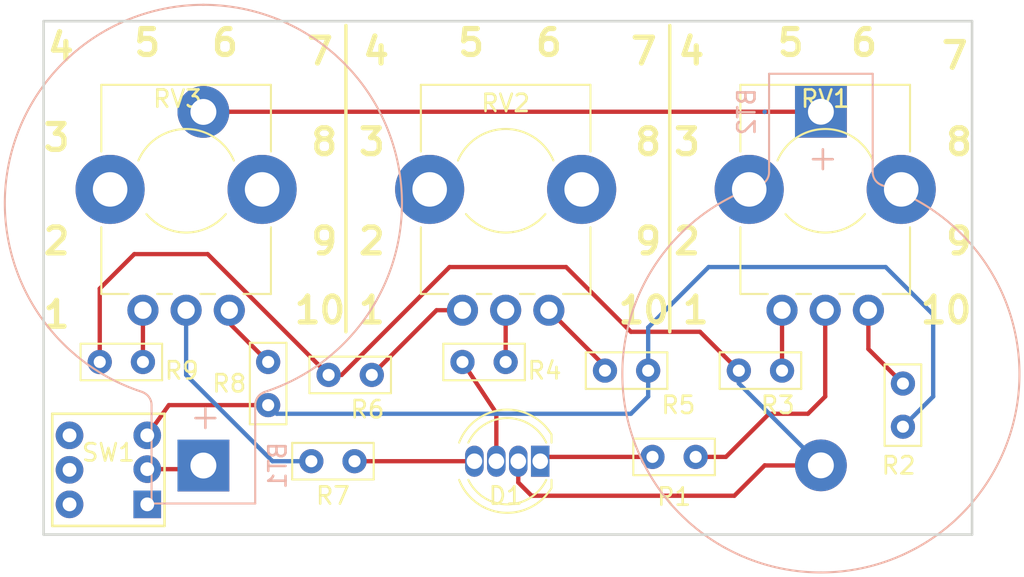
<source format=kicad_pcb>
(kicad_pcb (version 4) (host pcbnew 4.0.7-e2-6376~58~ubuntu16.04.1)

  (general
    (links 21)
    (no_connects 0)
    (area 103.525 91.324926 167.325 125.175074)
    (thickness 1.6)
    (drawings 36)
    (tracks 61)
    (zones 0)
    (modules 16)
    (nets 18)
  )

  (page A4)
  (layers
    (0 F.Cu signal)
    (31 B.Cu signal)
    (32 B.Adhes user)
    (33 F.Adhes user)
    (34 B.Paste user)
    (35 F.Paste user)
    (36 B.SilkS user)
    (37 F.SilkS user)
    (38 B.Mask user)
    (39 F.Mask user)
    (40 Dwgs.User user)
    (41 Cmts.User user)
    (42 Eco1.User user)
    (43 Eco2.User user)
    (44 Edge.Cuts user)
    (45 Margin user)
    (46 B.CrtYd user)
    (47 F.CrtYd user)
    (48 B.Fab user hide)
    (49 F.Fab user hide)
  )

  (setup
    (last_trace_width 0.25)
    (trace_clearance 0.2)
    (zone_clearance 0.508)
    (zone_45_only no)
    (trace_min 0.2)
    (segment_width 0.2)
    (edge_width 0.15)
    (via_size 0.6)
    (via_drill 0.4)
    (via_min_size 0.4)
    (via_min_drill 0.3)
    (uvia_size 0.3)
    (uvia_drill 0.1)
    (uvias_allowed no)
    (uvia_min_size 0.2)
    (uvia_min_drill 0.1)
    (pcb_text_width 0.3)
    (pcb_text_size 1.5 1.5)
    (mod_edge_width 0.15)
    (mod_text_size 1 1)
    (mod_text_width 0.15)
    (pad_size 1.524 1.524)
    (pad_drill 0.762)
    (pad_to_mask_clearance 0.2)
    (aux_axis_origin 0 0)
    (visible_elements FFFFFF7F)
    (pcbplotparams
      (layerselection 0x00030_80000001)
      (usegerberextensions false)
      (excludeedgelayer true)
      (linewidth 0.100000)
      (plotframeref false)
      (viasonmask false)
      (mode 1)
      (useauxorigin false)
      (hpglpennumber 1)
      (hpglpenspeed 20)
      (hpglpendiameter 15)
      (hpglpenoverlay 2)
      (psnegative false)
      (psa4output false)
      (plotreference true)
      (plotvalue true)
      (plotinvisibletext false)
      (padsonsilk false)
      (subtractmaskfromsilk false)
      (outputformat 1)
      (mirror false)
      (drillshape 1)
      (scaleselection 1)
      (outputdirectory ""))
  )

  (net 0 "")
  (net 1 "Net-(BT1-Pad1)")
  (net 2 "Net-(BT1-Pad2)")
  (net 3 "Net-(BT2-Pad2)")
  (net 4 "Net-(D1-Pad1)")
  (net 5 "Net-(D1-Pad3)")
  (net 6 "Net-(D1-Pad4)")
  (net 7 "Net-(R1-Pad1)")
  (net 8 "Net-(R2-Pad1)")
  (net 9 "Net-(R2-Pad2)")
  (net 10 "Net-(R3-Pad1)")
  (net 11 "Net-(R4-Pad1)")
  (net 12 "Net-(R5-Pad2)")
  (net 13 "Net-(R6-Pad1)")
  (net 14 "Net-(R7-Pad1)")
  (net 15 "Net-(R8-Pad2)")
  (net 16 "Net-(R9-Pad1)")
  (net 17 "Net-(SW1-Pad1)")

  (net_class Default "This is the default net class."
    (clearance 0.2)
    (trace_width 0.25)
    (via_dia 0.6)
    (via_drill 0.4)
    (uvia_dia 0.3)
    (uvia_drill 0.1)
    (add_net "Net-(BT1-Pad1)")
    (add_net "Net-(BT1-Pad2)")
    (add_net "Net-(BT2-Pad2)")
    (add_net "Net-(D1-Pad1)")
    (add_net "Net-(D1-Pad3)")
    (add_net "Net-(D1-Pad4)")
    (add_net "Net-(R1-Pad1)")
    (add_net "Net-(R2-Pad1)")
    (add_net "Net-(R2-Pad2)")
    (add_net "Net-(R3-Pad1)")
    (add_net "Net-(R4-Pad1)")
    (add_net "Net-(R5-Pad2)")
    (add_net "Net-(R6-Pad1)")
    (add_net "Net-(R7-Pad1)")
    (add_net "Net-(R8-Pad2)")
    (add_net "Net-(R9-Pad1)")
    (add_net "Net-(SW1-Pad1)")
  )

  (module Battery_Holders:Keystone_103_1x20mm-CoinCell (layer B.Cu) (tedit 5A4F38D0) (tstamp 5A4F3DDD)
    (at 117.5 118.5 90)
    (descr http://www.keyelco.com/product-pdf.cfm?p=719)
    (tags "Keystone type 103 battery holder")
    (path /5A4BDDAF)
    (fp_text reference BT1 (at 0 4.3 90) (layer B.SilkS)
      (effects (font (size 1 1) (thickness 0.15)) (justify mirror))
    )
    (fp_text value Battery_Cell (at 15 -13 90) (layer B.Fab) hide
      (effects (font (size 1 1) (thickness 0.15)) (justify mirror))
    )
    (fp_text user + (at 2.75 0 90) (layer B.SilkS)
      (effects (font (size 1.5 1.5) (thickness 0.15)) (justify mirror))
    )
    (fp_arc (start 15.2 0) (end 4.015 -3.6) (angle 162.5) (layer B.CrtYd) (width 0.05))
    (fp_arc (start 15.2 0) (end 4.015 3.6) (angle -162.5) (layer B.CrtYd) (width 0.05))
    (fp_arc (start 3.5 -3.8) (end 3.5 -3.25) (angle -70) (layer B.CrtYd) (width 0.05))
    (fp_arc (start 3.5 3.8) (end 3.5 3.25) (angle 70) (layer B.CrtYd) (width 0.05))
    (fp_arc (start 15.2 0) (end 4.25 -3.5) (angle 162.5) (layer B.SilkS) (width 0.12))
    (fp_arc (start 3.5 -3.8) (end 3.5 -3) (angle -70) (layer B.SilkS) (width 0.12))
    (fp_arc (start 15.2 0) (end 4.25 3.5) (angle -162.5) (layer B.SilkS) (width 0.12))
    (fp_arc (start 3.5 3.8) (end 3.5 3) (angle 70) (layer B.SilkS) (width 0.12))
    (fp_arc (start 3.5 -3.8) (end 3.5 -2.9) (angle -70) (layer B.Fab) (width 0.1))
    (fp_arc (start 15.2 0) (end 4.35 -3.5) (angle 162.5) (layer B.Fab) (width 0.1))
    (fp_arc (start 15.2 0) (end 4.35 3.5) (angle -162.5) (layer B.Fab) (width 0.1))
    (fp_arc (start 15.2 0) (end 5.2 -1.3) (angle 180) (layer B.Fab) (width 0.1))
    (fp_line (start -2.45 3.25) (end 3.5 3.25) (layer B.CrtYd) (width 0.05))
    (fp_line (start -2.45 -3.25) (end 3.5 -3.25) (layer B.CrtYd) (width 0.05))
    (fp_line (start -2.45 -3.25) (end -2.45 3.25) (layer B.CrtYd) (width 0.05))
    (fp_line (start -2.2 3) (end 3.5 3) (layer B.SilkS) (width 0.12))
    (fp_line (start -2.2 -3) (end -2.2 3) (layer B.SilkS) (width 0.12))
    (fp_line (start -2.2 -3) (end 3.5 -3) (layer B.SilkS) (width 0.12))
    (fp_arc (start 15.2 0) (end 9 -1.3) (angle 170) (layer B.Fab) (width 0.1))
    (fp_arc (start 15.2 0) (end 13.3 -1.3) (angle 150) (layer B.Fab) (width 0.1))
    (fp_line (start 23.5712 -7.7216) (end 22.6568 -6.8834) (layer B.Fab) (width 0.1))
    (fp_line (start 23.5712 7.7216) (end 22.6314 6.858) (layer B.Fab) (width 0.1))
    (fp_arc (start 15.2 0) (end 13.3 1.3) (angle -150) (layer B.Fab) (width 0.1))
    (fp_arc (start 15.2 0) (end 9 1.3) (angle -170) (layer B.Fab) (width 0.1))
    (fp_arc (start 15.2 0) (end 5.2 1.3) (angle -180) (layer B.Fab) (width 0.1))
    (fp_line (start 3.5306 2.9) (end -1.7 2.9) (layer B.Fab) (width 0.1))
    (fp_line (start -1.7 -2.9) (end 3.5306 -2.9) (layer B.Fab) (width 0.1))
    (fp_line (start -2.1 2.5) (end -2.1 -2.5) (layer B.Fab) (width 0.1))
    (fp_line (start 0 -1.3) (end 16.2 -1.3) (layer B.Fab) (width 0.1))
    (fp_line (start 16.2 1.3) (end 0 1.3) (layer B.Fab) (width 0.1))
    (fp_arc (start 3.5 3.8) (end 3.5 2.9) (angle 70) (layer B.Fab) (width 0.1))
    (fp_arc (start 16.2 0) (end 16.2 1.3) (angle -180) (layer B.Fab) (width 0.1))
    (fp_line (start 0 1.3) (end 0 -1.3) (layer B.Fab) (width 0.1))
    (fp_arc (start -1.7 -2.5) (end -2.1 -2.5) (angle 90) (layer B.Fab) (width 0.1))
    (fp_arc (start -1.7 2.5) (end -2.1 2.5) (angle -90) (layer B.Fab) (width 0.1))
    (pad 2 thru_hole circle (at 20.49 0 90) (size 3 3) (drill 1.5) (layers *.Cu *.Mask)
      (net 2 "Net-(BT1-Pad2)"))
    (pad 1 thru_hole rect (at 0 0 90) (size 3 3) (drill 1.5) (layers *.Cu *.Mask)
      (net 1 "Net-(BT1-Pad1)"))
    (model Battery_Holders.3dshapes/Keystone_103_1x20mm-CoinCell.wrl
      (at (xyz 0.6 0 0))
      (scale (xyz 1 1 1))
      (rotate (xyz 0 0 180))
    )
  )

  (module Battery_Holders:Keystone_103_1x20mm-CoinCell (layer B.Cu) (tedit 5A4F38B1) (tstamp 5A4F3DE3)
    (at 153.25 98 270)
    (descr http://www.keyelco.com/product-pdf.cfm?p=719)
    (tags "Keystone type 103 battery holder")
    (path /5A4BDE16)
    (fp_text reference BT2 (at 0 4.3 270) (layer B.SilkS)
      (effects (font (size 1 1) (thickness 0.15)) (justify mirror))
    )
    (fp_text value Battery_Cell (at 15 -13 270) (layer B.Fab) hide
      (effects (font (size 1 1) (thickness 0.15)) (justify mirror))
    )
    (fp_text user + (at 2.75 0 270) (layer B.SilkS)
      (effects (font (size 1.5 1.5) (thickness 0.15)) (justify mirror))
    )
    (fp_arc (start 15.2 0) (end 4.015 -3.6) (angle 162.5) (layer B.CrtYd) (width 0.05))
    (fp_arc (start 15.2 0) (end 4.015 3.6) (angle -162.5) (layer B.CrtYd) (width 0.05))
    (fp_arc (start 3.5 -3.8) (end 3.5 -3.25) (angle -70) (layer B.CrtYd) (width 0.05))
    (fp_arc (start 3.5 3.8) (end 3.5 3.25) (angle 70) (layer B.CrtYd) (width 0.05))
    (fp_arc (start 15.2 0) (end 4.25 -3.5) (angle 162.5) (layer B.SilkS) (width 0.12))
    (fp_arc (start 3.5 -3.8) (end 3.5 -3) (angle -70) (layer B.SilkS) (width 0.12))
    (fp_arc (start 15.2 0) (end 4.25 3.5) (angle -162.5) (layer B.SilkS) (width 0.12))
    (fp_arc (start 3.5 3.8) (end 3.5 3) (angle 70) (layer B.SilkS) (width 0.12))
    (fp_arc (start 3.5 -3.8) (end 3.5 -2.9) (angle -70) (layer B.Fab) (width 0.1))
    (fp_arc (start 15.2 0) (end 4.35 -3.5) (angle 162.5) (layer B.Fab) (width 0.1))
    (fp_arc (start 15.2 0) (end 4.35 3.5) (angle -162.5) (layer B.Fab) (width 0.1))
    (fp_arc (start 15.2 0) (end 5.2 -1.3) (angle 180) (layer B.Fab) (width 0.1))
    (fp_line (start -2.45 3.25) (end 3.5 3.25) (layer B.CrtYd) (width 0.05))
    (fp_line (start -2.45 -3.25) (end 3.5 -3.25) (layer B.CrtYd) (width 0.05))
    (fp_line (start -2.45 -3.25) (end -2.45 3.25) (layer B.CrtYd) (width 0.05))
    (fp_line (start -2.2 3) (end 3.5 3) (layer B.SilkS) (width 0.12))
    (fp_line (start -2.2 -3) (end -2.2 3) (layer B.SilkS) (width 0.12))
    (fp_line (start -2.2 -3) (end 3.5 -3) (layer B.SilkS) (width 0.12))
    (fp_arc (start 15.2 0) (end 9 -1.3) (angle 170) (layer B.Fab) (width 0.1))
    (fp_arc (start 15.2 0) (end 13.3 -1.3) (angle 150) (layer B.Fab) (width 0.1))
    (fp_line (start 23.5712 -7.7216) (end 22.6568 -6.8834) (layer B.Fab) (width 0.1))
    (fp_line (start 23.5712 7.7216) (end 22.6314 6.858) (layer B.Fab) (width 0.1))
    (fp_arc (start 15.2 0) (end 13.3 1.3) (angle -150) (layer B.Fab) (width 0.1))
    (fp_arc (start 15.2 0) (end 9 1.3) (angle -170) (layer B.Fab) (width 0.1))
    (fp_arc (start 15.2 0) (end 5.2 1.3) (angle -180) (layer B.Fab) (width 0.1))
    (fp_line (start 3.5306 2.9) (end -1.7 2.9) (layer B.Fab) (width 0.1))
    (fp_line (start -1.7 -2.9) (end 3.5306 -2.9) (layer B.Fab) (width 0.1))
    (fp_line (start -2.1 2.5) (end -2.1 -2.5) (layer B.Fab) (width 0.1))
    (fp_line (start 0 -1.3) (end 16.2 -1.3) (layer B.Fab) (width 0.1))
    (fp_line (start 16.2 1.3) (end 0 1.3) (layer B.Fab) (width 0.1))
    (fp_arc (start 3.5 3.8) (end 3.5 2.9) (angle 70) (layer B.Fab) (width 0.1))
    (fp_arc (start 16.2 0) (end 16.2 1.3) (angle -180) (layer B.Fab) (width 0.1))
    (fp_line (start 0 1.3) (end 0 -1.3) (layer B.Fab) (width 0.1))
    (fp_arc (start -1.7 -2.5) (end -2.1 -2.5) (angle 90) (layer B.Fab) (width 0.1))
    (fp_arc (start -1.7 2.5) (end -2.1 2.5) (angle -90) (layer B.Fab) (width 0.1))
    (pad 2 thru_hole circle (at 20.49 0 270) (size 3 3) (drill 1.5) (layers *.Cu *.Mask)
      (net 3 "Net-(BT2-Pad2)"))
    (pad 1 thru_hole rect (at 0 0 270) (size 3 3) (drill 1.5) (layers *.Cu *.Mask)
      (net 2 "Net-(BT1-Pad2)"))
    (model Battery_Holders.3dshapes/Keystone_103_1x20mm-CoinCell.wrl
      (at (xyz 0.6 0 0))
      (scale (xyz 1 1 1))
      (rotate (xyz 0 0 180))
    )
  )

  (module LEDs:LED_D5.0mm-4 (layer F.Cu) (tedit 5A4E8F4F) (tstamp 5A4E8A8A)
    (at 137 118.25 180)
    (descr "LED, diameter 5.0mm, 2 pins, diameter 5.0mm, 3 pins, diameter 5.0mm, 4 pins, http://www.kingbright.com/attachments/file/psearch/000/00/00/L-154A4SUREQBFZGEW(Ver.9A).pdf")
    (tags "LED diameter 5.0mm 2 pins diameter 5.0mm 3 pins diameter 5.0mm 4 pins")
    (path /5A4BDD54)
    (fp_text reference D1 (at 2 -2 180) (layer F.SilkS)
      (effects (font (size 1 1) (thickness 0.15)))
    )
    (fp_text value LED_RCGB (at 2.75 -4 180) (layer F.Fab) hide
      (effects (font (size 1 1) (thickness 0.15)))
    )
    (fp_arc (start 1.905 0) (end -0.595 -1.469694) (angle 299.1) (layer F.Fab) (width 0.1))
    (fp_arc (start 1.905 0) (end -0.655 -1.54483) (angle 127.7) (layer F.SilkS) (width 0.12))
    (fp_arc (start 1.905 0) (end -0.655 1.54483) (angle -127.7) (layer F.SilkS) (width 0.12))
    (fp_arc (start 1.905 0) (end -0.349684 -1.08) (angle 128.8) (layer F.SilkS) (width 0.12))
    (fp_arc (start 1.905 0) (end -0.349684 1.08) (angle -128.8) (layer F.SilkS) (width 0.12))
    (fp_circle (center 1.905 0) (end 4.405 0) (layer F.Fab) (width 0.1))
    (fp_line (start -0.595 -1.469694) (end -0.595 1.469694) (layer F.Fab) (width 0.1))
    (fp_line (start -0.655 -1.545) (end -0.655 -1.08) (layer F.SilkS) (width 0.12))
    (fp_line (start -0.655 1.08) (end -0.655 1.545) (layer F.SilkS) (width 0.12))
    (fp_line (start -1.35 -3.25) (end -1.35 3.25) (layer F.CrtYd) (width 0.05))
    (fp_line (start -1.35 3.25) (end 5.15 3.25) (layer F.CrtYd) (width 0.05))
    (fp_line (start 5.15 3.25) (end 5.15 -3.25) (layer F.CrtYd) (width 0.05))
    (fp_line (start 5.15 -3.25) (end -1.35 -3.25) (layer F.CrtYd) (width 0.05))
    (pad 1 thru_hole rect (at 0 0 180) (size 1.07 1.8) (drill 0.9) (layers *.Cu *.Mask)
      (net 4 "Net-(D1-Pad1)"))
    (pad 2 thru_hole oval (at 1.27 0 180) (size 1.07 1.8) (drill 0.9) (layers *.Cu *.Mask)
      (net 3 "Net-(BT2-Pad2)"))
    (pad 3 thru_hole oval (at 2.54 0 180) (size 1.07 1.8) (drill 0.9) (layers *.Cu *.Mask)
      (net 5 "Net-(D1-Pad3)"))
    (pad 4 thru_hole oval (at 3.81 0 180) (size 1.07 1.8) (drill 0.9) (layers *.Cu *.Mask)
      (net 6 "Net-(D1-Pad4)"))
    (model ${KISYS3DMOD}/LEDs.3dshapes/LED_D5.0mm-4.wrl
      (at (xyz 0 0 0))
      (scale (xyz 0.393701 0.393701 0.393701))
      (rotate (xyz 0 0 0))
    )
  )

  (module Capacitors_ThroughHole:C_Rect_L4.6mm_W2.0mm_P2.50mm_MKS02_FKP02 (layer F.Cu) (tedit 5A4E8E6C) (tstamp 5A4E8A9D)
    (at 146 118 180)
    (descr "C, Rect series, Radial, pin pitch=2.50mm, , length*width=4.6*2mm^2, Capacitor, http://www.wima.de/DE/WIMA_MKS_02.pdf")
    (tags "C Rect series Radial pin pitch 2.50mm  length 4.6mm width 2mm Capacitor")
    (path /5A4BE9A5)
    (fp_text reference R1 (at 1.25 -2.31 180) (layer F.SilkS)
      (effects (font (size 1 1) (thickness 0.15)))
    )
    (fp_text value R (at 1.25 2.31 180) (layer F.Fab) hide
      (effects (font (size 1 1) (thickness 0.15)))
    )
    (fp_line (start -1.05 -1) (end -1.05 1) (layer F.Fab) (width 0.1))
    (fp_line (start -1.05 1) (end 3.55 1) (layer F.Fab) (width 0.1))
    (fp_line (start 3.55 1) (end 3.55 -1) (layer F.Fab) (width 0.1))
    (fp_line (start 3.55 -1) (end -1.05 -1) (layer F.Fab) (width 0.1))
    (fp_line (start -1.11 -1.06) (end 3.61 -1.06) (layer F.SilkS) (width 0.12))
    (fp_line (start -1.11 1.06) (end 3.61 1.06) (layer F.SilkS) (width 0.12))
    (fp_line (start -1.11 -1.06) (end -1.11 1.06) (layer F.SilkS) (width 0.12))
    (fp_line (start 3.61 -1.06) (end 3.61 1.06) (layer F.SilkS) (width 0.12))
    (fp_line (start -1.4 -1.35) (end -1.4 1.35) (layer F.CrtYd) (width 0.05))
    (fp_line (start -1.4 1.35) (end 3.9 1.35) (layer F.CrtYd) (width 0.05))
    (fp_line (start 3.9 1.35) (end 3.9 -1.35) (layer F.CrtYd) (width 0.05))
    (fp_line (start 3.9 -1.35) (end -1.4 -1.35) (layer F.CrtYd) (width 0.05))
    (fp_text user %R (at 1.25 0 180) (layer F.Fab)
      (effects (font (size 1 1) (thickness 0.15)))
    )
    (pad 1 thru_hole circle (at 0 0 180) (size 1.4 1.4) (drill 0.7) (layers *.Cu *.Mask)
      (net 7 "Net-(R1-Pad1)"))
    (pad 2 thru_hole circle (at 2.5 0 180) (size 1.4 1.4) (drill 0.7) (layers *.Cu *.Mask)
      (net 4 "Net-(D1-Pad1)"))
    (model ${KISYS3DMOD}/Capacitors_THT.3dshapes/C_Rect_L4.6mm_W2.0mm_P2.50mm_MKS02_FKP02.wrl
      (at (xyz 0 0 0))
      (scale (xyz 1 1 1))
      (rotate (xyz 0 0 0))
    )
  )

  (module Capacitors_ThroughHole:C_Rect_L4.6mm_W2.0mm_P2.50mm_MKS02_FKP02 (layer F.Cu) (tedit 5A4F4027) (tstamp 5A4E8AB0)
    (at 158 116.25 90)
    (descr "C, Rect series, Radial, pin pitch=2.50mm, , length*width=4.6*2mm^2, Capacitor, http://www.wima.de/DE/WIMA_MKS_02.pdf")
    (tags "C Rect series Radial pin pitch 2.50mm  length 4.6mm width 2mm Capacitor")
    (path /5A4BE558)
    (fp_text reference R2 (at -2.25 -0.25 180) (layer F.SilkS)
      (effects (font (size 1 1) (thickness 0.15)))
    )
    (fp_text value R (at 1.25 2.31 90) (layer F.Fab) hide
      (effects (font (size 1 1) (thickness 0.15)))
    )
    (fp_line (start -1.05 -1) (end -1.05 1) (layer F.Fab) (width 0.1))
    (fp_line (start -1.05 1) (end 3.55 1) (layer F.Fab) (width 0.1))
    (fp_line (start 3.55 1) (end 3.55 -1) (layer F.Fab) (width 0.1))
    (fp_line (start 3.55 -1) (end -1.05 -1) (layer F.Fab) (width 0.1))
    (fp_line (start -1.11 -1.06) (end 3.61 -1.06) (layer F.SilkS) (width 0.12))
    (fp_line (start -1.11 1.06) (end 3.61 1.06) (layer F.SilkS) (width 0.12))
    (fp_line (start -1.11 -1.06) (end -1.11 1.06) (layer F.SilkS) (width 0.12))
    (fp_line (start 3.61 -1.06) (end 3.61 1.06) (layer F.SilkS) (width 0.12))
    (fp_line (start -1.4 -1.35) (end -1.4 1.35) (layer F.CrtYd) (width 0.05))
    (fp_line (start -1.4 1.35) (end 3.9 1.35) (layer F.CrtYd) (width 0.05))
    (fp_line (start 3.9 1.35) (end 3.9 -1.35) (layer F.CrtYd) (width 0.05))
    (fp_line (start 3.9 -1.35) (end -1.4 -1.35) (layer F.CrtYd) (width 0.05))
    (fp_text user %R (at 1.25 0 90) (layer F.Fab)
      (effects (font (size 1 1) (thickness 0.15)))
    )
    (pad 1 thru_hole circle (at 0 0 90) (size 1.4 1.4) (drill 0.7) (layers *.Cu *.Mask)
      (net 8 "Net-(R2-Pad1)"))
    (pad 2 thru_hole circle (at 2.5 0 90) (size 1.4 1.4) (drill 0.7) (layers *.Cu *.Mask)
      (net 9 "Net-(R2-Pad2)"))
    (model ${KISYS3DMOD}/Capacitors_THT.3dshapes/C_Rect_L4.6mm_W2.0mm_P2.50mm_MKS02_FKP02.wrl
      (at (xyz 0 0 0))
      (scale (xyz 1 1 1))
      (rotate (xyz 0 0 0))
    )
  )

  (module Capacitors_ThroughHole:C_Rect_L4.6mm_W2.0mm_P2.50mm_MKS02_FKP02 (layer F.Cu) (tedit 5A4F4022) (tstamp 5A4E8AC3)
    (at 151 113 180)
    (descr "C, Rect series, Radial, pin pitch=2.50mm, , length*width=4.6*2mm^2, Capacitor, http://www.wima.de/DE/WIMA_MKS_02.pdf")
    (tags "C Rect series Radial pin pitch 2.50mm  length 4.6mm width 2mm Capacitor")
    (path /5A4BE484)
    (fp_text reference R3 (at 0.25 -2 360) (layer F.SilkS)
      (effects (font (size 1 1) (thickness 0.15)))
    )
    (fp_text value R (at 1.25 2.31 180) (layer F.Fab) hide
      (effects (font (size 1 1) (thickness 0.15)))
    )
    (fp_line (start -1.05 -1) (end -1.05 1) (layer F.Fab) (width 0.1))
    (fp_line (start -1.05 1) (end 3.55 1) (layer F.Fab) (width 0.1))
    (fp_line (start 3.55 1) (end 3.55 -1) (layer F.Fab) (width 0.1))
    (fp_line (start 3.55 -1) (end -1.05 -1) (layer F.Fab) (width 0.1))
    (fp_line (start -1.11 -1.06) (end 3.61 -1.06) (layer F.SilkS) (width 0.12))
    (fp_line (start -1.11 1.06) (end 3.61 1.06) (layer F.SilkS) (width 0.12))
    (fp_line (start -1.11 -1.06) (end -1.11 1.06) (layer F.SilkS) (width 0.12))
    (fp_line (start 3.61 -1.06) (end 3.61 1.06) (layer F.SilkS) (width 0.12))
    (fp_line (start -1.4 -1.35) (end -1.4 1.35) (layer F.CrtYd) (width 0.05))
    (fp_line (start -1.4 1.35) (end 3.9 1.35) (layer F.CrtYd) (width 0.05))
    (fp_line (start 3.9 1.35) (end 3.9 -1.35) (layer F.CrtYd) (width 0.05))
    (fp_line (start 3.9 -1.35) (end -1.4 -1.35) (layer F.CrtYd) (width 0.05))
    (fp_text user %R (at 1.25 0 180) (layer F.Fab) hide
      (effects (font (size 1 1) (thickness 0.15)))
    )
    (pad 1 thru_hole circle (at 0 0 180) (size 1.4 1.4) (drill 0.7) (layers *.Cu *.Mask)
      (net 10 "Net-(R3-Pad1)"))
    (pad 2 thru_hole circle (at 2.5 0 180) (size 1.4 1.4) (drill 0.7) (layers *.Cu *.Mask)
      (net 3 "Net-(BT2-Pad2)"))
    (model ${KISYS3DMOD}/Capacitors_THT.3dshapes/C_Rect_L4.6mm_W2.0mm_P2.50mm_MKS02_FKP02.wrl
      (at (xyz 0 0 0))
      (scale (xyz 1 1 1))
      (rotate (xyz 0 0 0))
    )
  )

  (module Capacitors_ThroughHole:C_Rect_L4.6mm_W2.0mm_P2.50mm_MKS02_FKP02 (layer F.Cu) (tedit 5A4F3A37) (tstamp 5A4E8AD6)
    (at 135 112.5 180)
    (descr "C, Rect series, Radial, pin pitch=2.50mm, , length*width=4.6*2mm^2, Capacitor, http://www.wima.de/DE/WIMA_MKS_02.pdf")
    (tags "C Rect series Radial pin pitch 2.50mm  length 4.6mm width 2mm Capacitor")
    (path /5A4BEB76)
    (fp_text reference R4 (at -2.25 -0.5 180) (layer F.SilkS)
      (effects (font (size 1 1) (thickness 0.15)))
    )
    (fp_text value R (at 1.25 2.31 180) (layer F.Fab) hide
      (effects (font (size 1 1) (thickness 0.15)))
    )
    (fp_line (start -1.05 -1) (end -1.05 1) (layer F.Fab) (width 0.1))
    (fp_line (start -1.05 1) (end 3.55 1) (layer F.Fab) (width 0.1))
    (fp_line (start 3.55 1) (end 3.55 -1) (layer F.Fab) (width 0.1))
    (fp_line (start 3.55 -1) (end -1.05 -1) (layer F.Fab) (width 0.1))
    (fp_line (start -1.11 -1.06) (end 3.61 -1.06) (layer F.SilkS) (width 0.12))
    (fp_line (start -1.11 1.06) (end 3.61 1.06) (layer F.SilkS) (width 0.12))
    (fp_line (start -1.11 -1.06) (end -1.11 1.06) (layer F.SilkS) (width 0.12))
    (fp_line (start 3.61 -1.06) (end 3.61 1.06) (layer F.SilkS) (width 0.12))
    (fp_line (start -1.4 -1.35) (end -1.4 1.35) (layer F.CrtYd) (width 0.05))
    (fp_line (start -1.4 1.35) (end 3.9 1.35) (layer F.CrtYd) (width 0.05))
    (fp_line (start 3.9 1.35) (end 3.9 -1.35) (layer F.CrtYd) (width 0.05))
    (fp_line (start 3.9 -1.35) (end -1.4 -1.35) (layer F.CrtYd) (width 0.05))
    (fp_text user %R (at 1.25 0 180) (layer F.Fab)
      (effects (font (size 1 1) (thickness 0.15)))
    )
    (pad 1 thru_hole circle (at 0 0 180) (size 1.4 1.4) (drill 0.7) (layers *.Cu *.Mask)
      (net 11 "Net-(R4-Pad1)"))
    (pad 2 thru_hole circle (at 2.5 0 180) (size 1.4 1.4) (drill 0.7) (layers *.Cu *.Mask)
      (net 5 "Net-(D1-Pad3)"))
    (model ${KISYS3DMOD}/Capacitors_THT.3dshapes/C_Rect_L4.6mm_W2.0mm_P2.50mm_MKS02_FKP02.wrl
      (at (xyz 0 0 0))
      (scale (xyz 1 1 1))
      (rotate (xyz 0 0 0))
    )
  )

  (module Capacitors_ThroughHole:C_Rect_L4.6mm_W2.0mm_P2.50mm_MKS02_FKP02 (layer F.Cu) (tedit 5A4F402C) (tstamp 5A4E8AE9)
    (at 143.25 113 180)
    (descr "C, Rect series, Radial, pin pitch=2.50mm, , length*width=4.6*2mm^2, Capacitor, http://www.wima.de/DE/WIMA_MKS_02.pdf")
    (tags "C Rect series Radial pin pitch 2.50mm  length 4.6mm width 2mm Capacitor")
    (path /5A4BE59C)
    (fp_text reference R5 (at -1.75 -2 360) (layer F.SilkS)
      (effects (font (size 1 1) (thickness 0.15)))
    )
    (fp_text value R (at 1.25 2.31 180) (layer F.Fab) hide
      (effects (font (size 1 1) (thickness 0.15)))
    )
    (fp_line (start -1.05 -1) (end -1.05 1) (layer F.Fab) (width 0.1))
    (fp_line (start -1.05 1) (end 3.55 1) (layer F.Fab) (width 0.1))
    (fp_line (start 3.55 1) (end 3.55 -1) (layer F.Fab) (width 0.1))
    (fp_line (start 3.55 -1) (end -1.05 -1) (layer F.Fab) (width 0.1))
    (fp_line (start -1.11 -1.06) (end 3.61 -1.06) (layer F.SilkS) (width 0.12))
    (fp_line (start -1.11 1.06) (end 3.61 1.06) (layer F.SilkS) (width 0.12))
    (fp_line (start -1.11 -1.06) (end -1.11 1.06) (layer F.SilkS) (width 0.12))
    (fp_line (start 3.61 -1.06) (end 3.61 1.06) (layer F.SilkS) (width 0.12))
    (fp_line (start -1.4 -1.35) (end -1.4 1.35) (layer F.CrtYd) (width 0.05))
    (fp_line (start -1.4 1.35) (end 3.9 1.35) (layer F.CrtYd) (width 0.05))
    (fp_line (start 3.9 1.35) (end 3.9 -1.35) (layer F.CrtYd) (width 0.05))
    (fp_line (start 3.9 -1.35) (end -1.4 -1.35) (layer F.CrtYd) (width 0.05))
    (fp_text user %R (at 1.25 0 180) (layer F.Fab)
      (effects (font (size 1 1) (thickness 0.15)))
    )
    (pad 1 thru_hole circle (at 0 0 180) (size 1.4 1.4) (drill 0.7) (layers *.Cu *.Mask)
      (net 8 "Net-(R2-Pad1)"))
    (pad 2 thru_hole circle (at 2.5 0 180) (size 1.4 1.4) (drill 0.7) (layers *.Cu *.Mask)
      (net 12 "Net-(R5-Pad2)"))
    (model ${KISYS3DMOD}/Capacitors_THT.3dshapes/C_Rect_L4.6mm_W2.0mm_P2.50mm_MKS02_FKP02.wrl
      (at (xyz 0 0 0))
      (scale (xyz 1 1 1))
      (rotate (xyz 0 0 0))
    )
  )

  (module Capacitors_ThroughHole:C_Rect_L4.6mm_W2.0mm_P2.50mm_MKS02_FKP02 (layer F.Cu) (tedit 5A4F4033) (tstamp 5A4E8AFC)
    (at 127.25 113.25 180)
    (descr "C, Rect series, Radial, pin pitch=2.50mm, , length*width=4.6*2mm^2, Capacitor, http://www.wima.de/DE/WIMA_MKS_02.pdf")
    (tags "C Rect series Radial pin pitch 2.50mm  length 4.6mm width 2mm Capacitor")
    (path /5A4BE2E3)
    (fp_text reference R6 (at 0.25 -2 180) (layer F.SilkS)
      (effects (font (size 1 1) (thickness 0.15)))
    )
    (fp_text value R (at 1.25 2.31 180) (layer F.Fab) hide
      (effects (font (size 1 1) (thickness 0.15)))
    )
    (fp_line (start -1.05 -1) (end -1.05 1) (layer F.Fab) (width 0.1))
    (fp_line (start -1.05 1) (end 3.55 1) (layer F.Fab) (width 0.1))
    (fp_line (start 3.55 1) (end 3.55 -1) (layer F.Fab) (width 0.1))
    (fp_line (start 3.55 -1) (end -1.05 -1) (layer F.Fab) (width 0.1))
    (fp_line (start -1.11 -1.06) (end 3.61 -1.06) (layer F.SilkS) (width 0.12))
    (fp_line (start -1.11 1.06) (end 3.61 1.06) (layer F.SilkS) (width 0.12))
    (fp_line (start -1.11 -1.06) (end -1.11 1.06) (layer F.SilkS) (width 0.12))
    (fp_line (start 3.61 -1.06) (end 3.61 1.06) (layer F.SilkS) (width 0.12))
    (fp_line (start -1.4 -1.35) (end -1.4 1.35) (layer F.CrtYd) (width 0.05))
    (fp_line (start -1.4 1.35) (end 3.9 1.35) (layer F.CrtYd) (width 0.05))
    (fp_line (start 3.9 1.35) (end 3.9 -1.35) (layer F.CrtYd) (width 0.05))
    (fp_line (start 3.9 -1.35) (end -1.4 -1.35) (layer F.CrtYd) (width 0.05))
    (fp_text user %R (at 1.25 0 180) (layer F.Fab)
      (effects (font (size 1 1) (thickness 0.15)))
    )
    (pad 1 thru_hole circle (at 0 0 180) (size 1.4 1.4) (drill 0.7) (layers *.Cu *.Mask)
      (net 13 "Net-(R6-Pad1)"))
    (pad 2 thru_hole circle (at 2.5 0 180) (size 1.4 1.4) (drill 0.7) (layers *.Cu *.Mask)
      (net 3 "Net-(BT2-Pad2)"))
    (model ${KISYS3DMOD}/Capacitors_THT.3dshapes/C_Rect_L4.6mm_W2.0mm_P2.50mm_MKS02_FKP02.wrl
      (at (xyz 0 0 0))
      (scale (xyz 1 1 1))
      (rotate (xyz 0 0 0))
    )
  )

  (module Capacitors_ThroughHole:C_Rect_L4.6mm_W2.0mm_P2.50mm_MKS02_FKP02 (layer F.Cu) (tedit 5A4E8FC5) (tstamp 5A4E8B0F)
    (at 123.75 118.25)
    (descr "C, Rect series, Radial, pin pitch=2.50mm, , length*width=4.6*2mm^2, Capacitor, http://www.wima.de/DE/WIMA_MKS_02.pdf")
    (tags "C Rect series Radial pin pitch 2.50mm  length 4.6mm width 2mm Capacitor")
    (path /5A4BE5E9)
    (fp_text reference R7 (at 1.25 2) (layer F.SilkS)
      (effects (font (size 1 1) (thickness 0.15)))
    )
    (fp_text value R (at 1.25 2.31) (layer F.Fab) hide
      (effects (font (size 1 1) (thickness 0.15)))
    )
    (fp_line (start -1.05 -1) (end -1.05 1) (layer F.Fab) (width 0.1))
    (fp_line (start -1.05 1) (end 3.55 1) (layer F.Fab) (width 0.1))
    (fp_line (start 3.55 1) (end 3.55 -1) (layer F.Fab) (width 0.1))
    (fp_line (start 3.55 -1) (end -1.05 -1) (layer F.Fab) (width 0.1))
    (fp_line (start -1.11 -1.06) (end 3.61 -1.06) (layer F.SilkS) (width 0.12))
    (fp_line (start -1.11 1.06) (end 3.61 1.06) (layer F.SilkS) (width 0.12))
    (fp_line (start -1.11 -1.06) (end -1.11 1.06) (layer F.SilkS) (width 0.12))
    (fp_line (start 3.61 -1.06) (end 3.61 1.06) (layer F.SilkS) (width 0.12))
    (fp_line (start -1.4 -1.35) (end -1.4 1.35) (layer F.CrtYd) (width 0.05))
    (fp_line (start -1.4 1.35) (end 3.9 1.35) (layer F.CrtYd) (width 0.05))
    (fp_line (start 3.9 1.35) (end 3.9 -1.35) (layer F.CrtYd) (width 0.05))
    (fp_line (start 3.9 -1.35) (end -1.4 -1.35) (layer F.CrtYd) (width 0.05))
    (fp_text user %R (at 1.25 0) (layer F.Fab)
      (effects (font (size 1 1) (thickness 0.15)))
    )
    (pad 1 thru_hole circle (at 0 0) (size 1.4 1.4) (drill 0.7) (layers *.Cu *.Mask)
      (net 14 "Net-(R7-Pad1)"))
    (pad 2 thru_hole circle (at 2.5 0) (size 1.4 1.4) (drill 0.7) (layers *.Cu *.Mask)
      (net 6 "Net-(D1-Pad4)"))
    (model ${KISYS3DMOD}/Capacitors_THT.3dshapes/C_Rect_L4.6mm_W2.0mm_P2.50mm_MKS02_FKP02.wrl
      (at (xyz 0 0 0))
      (scale (xyz 1 1 1))
      (rotate (xyz 0 0 0))
    )
  )

  (module Capacitors_ThroughHole:C_Rect_L4.6mm_W2.0mm_P2.50mm_MKS02_FKP02 (layer F.Cu) (tedit 5A4F4044) (tstamp 5A4E8B22)
    (at 121.25 115 90)
    (descr "C, Rect series, Radial, pin pitch=2.50mm, , length*width=4.6*2mm^2, Capacitor, http://www.wima.de/DE/WIMA_MKS_02.pdf")
    (tags "C Rect series Radial pin pitch 2.50mm  length 4.6mm width 2mm Capacitor")
    (path /5A4BE50D)
    (fp_text reference R8 (at 1.25 -2.25 360) (layer F.SilkS)
      (effects (font (size 1 1) (thickness 0.15)))
    )
    (fp_text value R (at 1.25 2.31 90) (layer F.Fab) hide
      (effects (font (size 1 1) (thickness 0.15)))
    )
    (fp_line (start -1.05 -1) (end -1.05 1) (layer F.Fab) (width 0.1))
    (fp_line (start -1.05 1) (end 3.55 1) (layer F.Fab) (width 0.1))
    (fp_line (start 3.55 1) (end 3.55 -1) (layer F.Fab) (width 0.1))
    (fp_line (start 3.55 -1) (end -1.05 -1) (layer F.Fab) (width 0.1))
    (fp_line (start -1.11 -1.06) (end 3.61 -1.06) (layer F.SilkS) (width 0.12))
    (fp_line (start -1.11 1.06) (end 3.61 1.06) (layer F.SilkS) (width 0.12))
    (fp_line (start -1.11 -1.06) (end -1.11 1.06) (layer F.SilkS) (width 0.12))
    (fp_line (start 3.61 -1.06) (end 3.61 1.06) (layer F.SilkS) (width 0.12))
    (fp_line (start -1.4 -1.35) (end -1.4 1.35) (layer F.CrtYd) (width 0.05))
    (fp_line (start -1.4 1.35) (end 3.9 1.35) (layer F.CrtYd) (width 0.05))
    (fp_line (start 3.9 1.35) (end 3.9 -1.35) (layer F.CrtYd) (width 0.05))
    (fp_line (start 3.9 -1.35) (end -1.4 -1.35) (layer F.CrtYd) (width 0.05))
    (fp_text user %R (at 1.25 0 90) (layer F.Fab)
      (effects (font (size 1 1) (thickness 0.15)))
    )
    (pad 1 thru_hole circle (at 0 0 90) (size 1.4 1.4) (drill 0.7) (layers *.Cu *.Mask)
      (net 8 "Net-(R2-Pad1)"))
    (pad 2 thru_hole circle (at 2.5 0 90) (size 1.4 1.4) (drill 0.7) (layers *.Cu *.Mask)
      (net 15 "Net-(R8-Pad2)"))
    (model ${KISYS3DMOD}/Capacitors_THT.3dshapes/C_Rect_L4.6mm_W2.0mm_P2.50mm_MKS02_FKP02.wrl
      (at (xyz 0 0 0))
      (scale (xyz 1 1 1))
      (rotate (xyz 0 0 0))
    )
  )

  (module Capacitors_ThroughHole:C_Rect_L4.6mm_W2.0mm_P2.50mm_MKS02_FKP02 (layer F.Cu) (tedit 5A4F403D) (tstamp 5A4E8B35)
    (at 114 112.5 180)
    (descr "C, Rect series, Radial, pin pitch=2.50mm, , length*width=4.6*2mm^2, Capacitor, http://www.wima.de/DE/WIMA_MKS_02.pdf")
    (tags "C Rect series Radial pin pitch 2.50mm  length 4.6mm width 2mm Capacitor")
    (path /5A4BE4CF)
    (fp_text reference R9 (at -2.25 -0.5 360) (layer F.SilkS)
      (effects (font (size 1 1) (thickness 0.15)))
    )
    (fp_text value R (at 1.25 2.31 180) (layer F.Fab) hide
      (effects (font (size 1 1) (thickness 0.15)))
    )
    (fp_line (start -1.05 -1) (end -1.05 1) (layer F.Fab) (width 0.1))
    (fp_line (start -1.05 1) (end 3.55 1) (layer F.Fab) (width 0.1))
    (fp_line (start 3.55 1) (end 3.55 -1) (layer F.Fab) (width 0.1))
    (fp_line (start 3.55 -1) (end -1.05 -1) (layer F.Fab) (width 0.1))
    (fp_line (start -1.11 -1.06) (end 3.61 -1.06) (layer F.SilkS) (width 0.12))
    (fp_line (start -1.11 1.06) (end 3.61 1.06) (layer F.SilkS) (width 0.12))
    (fp_line (start -1.11 -1.06) (end -1.11 1.06) (layer F.SilkS) (width 0.12))
    (fp_line (start 3.61 -1.06) (end 3.61 1.06) (layer F.SilkS) (width 0.12))
    (fp_line (start -1.4 -1.35) (end -1.4 1.35) (layer F.CrtYd) (width 0.05))
    (fp_line (start -1.4 1.35) (end 3.9 1.35) (layer F.CrtYd) (width 0.05))
    (fp_line (start 3.9 1.35) (end 3.9 -1.35) (layer F.CrtYd) (width 0.05))
    (fp_line (start 3.9 -1.35) (end -1.4 -1.35) (layer F.CrtYd) (width 0.05))
    (fp_text user %R (at 1.25 0 180) (layer F.Fab)
      (effects (font (size 1 1) (thickness 0.15)))
    )
    (pad 1 thru_hole circle (at 0 0 180) (size 1.4 1.4) (drill 0.7) (layers *.Cu *.Mask)
      (net 16 "Net-(R9-Pad1)"))
    (pad 2 thru_hole circle (at 2.5 0 180) (size 1.4 1.4) (drill 0.7) (layers *.Cu *.Mask)
      (net 3 "Net-(BT2-Pad2)"))
    (model ${KISYS3DMOD}/Capacitors_THT.3dshapes/C_Rect_L4.6mm_W2.0mm_P2.50mm_MKS02_FKP02.wrl
      (at (xyz 0 0 0))
      (scale (xyz 1 1 1))
      (rotate (xyz 0 0 0))
    )
  )

  (module Potentiometers:Potentiometer_Bourns_PTV09A-1_Horizontal (layer F.Cu) (tedit 5A4E8F67) (tstamp 5A4E8B53)
    (at 156 109.5 90)
    (descr "Potentiometer, horizontally mounted, Omeg PC16PU, Omeg PC16PU, Omeg PC16PU, Vishay/Spectrol 248GJ/249GJ Single, Vishay/Spectrol 248GJ/249GJ Single, Vishay/Spectrol 248GJ/249GJ Single, Vishay/Spectrol 248GH/249GH Single, Vishay/Spectrol 148/149 Single, Vishay/Spectrol 148/149 Single, Vishay/Spectrol 148/149 Single, Vishay/Spectrol 148A/149A Single with mounting plates, Vishay/Spectrol 148/149 Double, Vishay/Spectrol 148A/149A Double with mounting plates, Piher PC-16 Single, Piher PC-16 Single, Piher PC-16 Single, Piher PC-16SV Single, Piher PC-16 Double, Piher PC-16 Triple, Piher T16H Single, Piher T16L Single, Piher T16H Double, Alps RK163 Single, Alps RK163 Double, Alps RK097 Single, Alps RK097 Double, Bourns PTV09A-2 Single with mounting sleve Single, Bourns PTV09A-1 with mounting sleve Single, http://www.bourns.com/docs/Product-Datasheets/ptv09.pdf")
    (tags "Potentiometer horizontal  Omeg PC16PU  Omeg PC16PU  Omeg PC16PU  Vishay/Spectrol 248GJ/249GJ Single  Vishay/Spectrol 248GJ/249GJ Single  Vishay/Spectrol 248GJ/249GJ Single  Vishay/Spectrol 248GH/249GH Single  Vishay/Spectrol 148/149 Single  Vishay/Spectrol 148/149 Single  Vishay/Spectrol 148/149 Single  Vishay/Spectrol 148A/149A Single with mounting plates  Vishay/Spectrol 148/149 Double  Vishay/Spectrol 148A/149A Double with mounting plates  Piher PC-16 Single  Piher PC-16 Single  Piher PC-16 Single  Piher PC-16SV Single  Piher PC-16 Double  Piher PC-16 Triple  Piher T16H Single  Piher T16L Single  Piher T16H Double  Alps RK163 Single  Alps RK163 Double  Alps RK097 Single  Alps RK097 Double  Bourns PTV09A-2 Single with mounting sleve Single  Bourns PTV09A-1 with mounting sleve Single")
    (path /5A4BDE63)
    (fp_text reference RV1 (at 12.25 -2.5 180) (layer F.SilkS)
      (effects (font (size 1 1) (thickness 0.15)))
    )
    (fp_text value POT (at 6.05 5.15 90) (layer F.Fab) hide
      (effects (font (size 1 1) (thickness 0.15)))
    )
    (fp_arc (start 7.5 -2.5) (end 8.673 0.262) (angle -134) (layer F.SilkS) (width 0.12))
    (fp_arc (start 7.5 -2.5) (end 5.572 -4.798) (angle -100) (layer F.SilkS) (width 0.12))
    (fp_circle (center 7.5 -2.5) (end 10.9 -2.5) (layer F.Fab) (width 0.1))
    (fp_circle (center 7.5 -2.5) (end 10.5 -2.5) (layer F.Fab) (width 0.1))
    (fp_line (start 1 -7.35) (end 1 2.35) (layer F.Fab) (width 0.1))
    (fp_line (start 1 2.35) (end 13 2.35) (layer F.Fab) (width 0.1))
    (fp_line (start 13 2.35) (end 13 -7.35) (layer F.Fab) (width 0.1))
    (fp_line (start 13 -7.35) (end 1 -7.35) (layer F.Fab) (width 0.1))
    (fp_line (start 0.94 -7.41) (end 4.806 -7.41) (layer F.SilkS) (width 0.12))
    (fp_line (start 9.195 -7.41) (end 13.06 -7.41) (layer F.SilkS) (width 0.12))
    (fp_line (start 0.94 2.41) (end 4.806 2.41) (layer F.SilkS) (width 0.12))
    (fp_line (start 9.195 2.41) (end 13.06 2.41) (layer F.SilkS) (width 0.12))
    (fp_line (start 0.94 -7.41) (end 0.94 -5.825) (layer F.SilkS) (width 0.12))
    (fp_line (start 0.94 -4.175) (end 0.94 -3.325) (layer F.SilkS) (width 0.12))
    (fp_line (start 0.94 -1.675) (end 0.94 -0.825) (layer F.SilkS) (width 0.12))
    (fp_line (start 0.94 0.825) (end 0.94 2.41) (layer F.SilkS) (width 0.12))
    (fp_line (start 13.06 -7.41) (end 13.06 2.41) (layer F.SilkS) (width 0.12))
    (fp_line (start -1.15 -9.15) (end -1.15 4.15) (layer F.CrtYd) (width 0.05))
    (fp_line (start -1.15 4.15) (end 13.25 4.15) (layer F.CrtYd) (width 0.05))
    (fp_line (start 13.25 4.15) (end 13.25 -9.15) (layer F.CrtYd) (width 0.05))
    (fp_line (start 13.25 -9.15) (end -1.15 -9.15) (layer F.CrtYd) (width 0.05))
    (pad 3 thru_hole circle (at 0 -5 90) (size 1.8 1.8) (drill 1) (layers *.Cu *.Mask)
      (net 10 "Net-(R3-Pad1)"))
    (pad 2 thru_hole circle (at 0 -2.5 90) (size 1.8 1.8) (drill 1) (layers *.Cu *.Mask)
      (net 7 "Net-(R1-Pad1)"))
    (pad 1 thru_hole circle (at 0 0 90) (size 1.8 1.8) (drill 1) (layers *.Cu *.Mask)
      (net 9 "Net-(R2-Pad2)"))
    (pad 0 np_thru_hole circle (at 7 -6.9 90) (size 4 4) (drill 2) (layers *.Cu *.Mask))
    (pad 0 np_thru_hole circle (at 7 1.9 90) (size 4 4) (drill 2) (layers *.Cu *.Mask))
    (model Potentiometers.3dshapes/Potentiometer_Bourns_PTV09A-1_Horizontal.wrl
      (at (xyz 0 0 0))
      (scale (xyz 0.393701 0.393701 0.393701))
      (rotate (xyz 0 0 0))
    )
  )

  (module Potentiometers:Potentiometer_Bourns_PTV09A-1_Horizontal (layer F.Cu) (tedit 5A4E8F5B) (tstamp 5A4E8B71)
    (at 137.5 109.5 90)
    (descr "Potentiometer, horizontally mounted, Omeg PC16PU, Omeg PC16PU, Omeg PC16PU, Vishay/Spectrol 248GJ/249GJ Single, Vishay/Spectrol 248GJ/249GJ Single, Vishay/Spectrol 248GJ/249GJ Single, Vishay/Spectrol 248GH/249GH Single, Vishay/Spectrol 148/149 Single, Vishay/Spectrol 148/149 Single, Vishay/Spectrol 148/149 Single, Vishay/Spectrol 148A/149A Single with mounting plates, Vishay/Spectrol 148/149 Double, Vishay/Spectrol 148A/149A Double with mounting plates, Piher PC-16 Single, Piher PC-16 Single, Piher PC-16 Single, Piher PC-16SV Single, Piher PC-16 Double, Piher PC-16 Triple, Piher T16H Single, Piher T16L Single, Piher T16H Double, Alps RK163 Single, Alps RK163 Double, Alps RK097 Single, Alps RK097 Double, Bourns PTV09A-2 Single with mounting sleve Single, Bourns PTV09A-1 with mounting sleve Single, http://www.bourns.com/docs/Product-Datasheets/ptv09.pdf")
    (tags "Potentiometer horizontal  Omeg PC16PU  Omeg PC16PU  Omeg PC16PU  Vishay/Spectrol 248GJ/249GJ Single  Vishay/Spectrol 248GJ/249GJ Single  Vishay/Spectrol 248GJ/249GJ Single  Vishay/Spectrol 248GH/249GH Single  Vishay/Spectrol 148/149 Single  Vishay/Spectrol 148/149 Single  Vishay/Spectrol 148/149 Single  Vishay/Spectrol 148A/149A Single with mounting plates  Vishay/Spectrol 148/149 Double  Vishay/Spectrol 148A/149A Double with mounting plates  Piher PC-16 Single  Piher PC-16 Single  Piher PC-16 Single  Piher PC-16SV Single  Piher PC-16 Double  Piher PC-16 Triple  Piher T16H Single  Piher T16L Single  Piher T16H Double  Alps RK163 Single  Alps RK163 Double  Alps RK097 Single  Alps RK097 Double  Bourns PTV09A-2 Single with mounting sleve Single  Bourns PTV09A-1 with mounting sleve Single")
    (path /5A4BDF2B)
    (fp_text reference RV2 (at 12 -2.5 180) (layer F.SilkS)
      (effects (font (size 1 1) (thickness 0.15)))
    )
    (fp_text value POT (at 6.05 5.15 90) (layer F.Fab) hide
      (effects (font (size 1 1) (thickness 0.15)))
    )
    (fp_arc (start 7.5 -2.5) (end 8.673 0.262) (angle -134) (layer F.SilkS) (width 0.12))
    (fp_arc (start 7.5 -2.5) (end 5.572 -4.798) (angle -100) (layer F.SilkS) (width 0.12))
    (fp_circle (center 7.5 -2.5) (end 10.9 -2.5) (layer F.Fab) (width 0.1))
    (fp_circle (center 7.5 -2.5) (end 10.5 -2.5) (layer F.Fab) (width 0.1))
    (fp_line (start 1 -7.35) (end 1 2.35) (layer F.Fab) (width 0.1))
    (fp_line (start 1 2.35) (end 13 2.35) (layer F.Fab) (width 0.1))
    (fp_line (start 13 2.35) (end 13 -7.35) (layer F.Fab) (width 0.1))
    (fp_line (start 13 -7.35) (end 1 -7.35) (layer F.Fab) (width 0.1))
    (fp_line (start 0.94 -7.41) (end 4.806 -7.41) (layer F.SilkS) (width 0.12))
    (fp_line (start 9.195 -7.41) (end 13.06 -7.41) (layer F.SilkS) (width 0.12))
    (fp_line (start 0.94 2.41) (end 4.806 2.41) (layer F.SilkS) (width 0.12))
    (fp_line (start 9.195 2.41) (end 13.06 2.41) (layer F.SilkS) (width 0.12))
    (fp_line (start 0.94 -7.41) (end 0.94 -5.825) (layer F.SilkS) (width 0.12))
    (fp_line (start 0.94 -4.175) (end 0.94 -3.325) (layer F.SilkS) (width 0.12))
    (fp_line (start 0.94 -1.675) (end 0.94 -0.825) (layer F.SilkS) (width 0.12))
    (fp_line (start 0.94 0.825) (end 0.94 2.41) (layer F.SilkS) (width 0.12))
    (fp_line (start 13.06 -7.41) (end 13.06 2.41) (layer F.SilkS) (width 0.12))
    (fp_line (start -1.15 -9.15) (end -1.15 4.15) (layer F.CrtYd) (width 0.05))
    (fp_line (start -1.15 4.15) (end 13.25 4.15) (layer F.CrtYd) (width 0.05))
    (fp_line (start 13.25 4.15) (end 13.25 -9.15) (layer F.CrtYd) (width 0.05))
    (fp_line (start 13.25 -9.15) (end -1.15 -9.15) (layer F.CrtYd) (width 0.05))
    (pad 3 thru_hole circle (at 0 -5 90) (size 1.8 1.8) (drill 1) (layers *.Cu *.Mask)
      (net 13 "Net-(R6-Pad1)"))
    (pad 2 thru_hole circle (at 0 -2.5 90) (size 1.8 1.8) (drill 1) (layers *.Cu *.Mask)
      (net 11 "Net-(R4-Pad1)"))
    (pad 1 thru_hole circle (at 0 0 90) (size 1.8 1.8) (drill 1) (layers *.Cu *.Mask)
      (net 12 "Net-(R5-Pad2)"))
    (pad 0 np_thru_hole circle (at 7 -6.9 90) (size 4 4) (drill 2) (layers *.Cu *.Mask))
    (pad 0 np_thru_hole circle (at 7 1.9 90) (size 4 4) (drill 2) (layers *.Cu *.Mask))
    (model Potentiometers.3dshapes/Potentiometer_Bourns_PTV09A-1_Horizontal.wrl
      (at (xyz 0 0 0))
      (scale (xyz 0.393701 0.393701 0.393701))
      (rotate (xyz 0 0 0))
    )
  )

  (module Potentiometers:Potentiometer_Bourns_PTV09A-1_Horizontal (layer F.Cu) (tedit 5A4E8F61) (tstamp 5A4E8B8F)
    (at 119 109.5 90)
    (descr "Potentiometer, horizontally mounted, Omeg PC16PU, Omeg PC16PU, Omeg PC16PU, Vishay/Spectrol 248GJ/249GJ Single, Vishay/Spectrol 248GJ/249GJ Single, Vishay/Spectrol 248GJ/249GJ Single, Vishay/Spectrol 248GH/249GH Single, Vishay/Spectrol 148/149 Single, Vishay/Spectrol 148/149 Single, Vishay/Spectrol 148/149 Single, Vishay/Spectrol 148A/149A Single with mounting plates, Vishay/Spectrol 148/149 Double, Vishay/Spectrol 148A/149A Double with mounting plates, Piher PC-16 Single, Piher PC-16 Single, Piher PC-16 Single, Piher PC-16SV Single, Piher PC-16 Double, Piher PC-16 Triple, Piher T16H Single, Piher T16L Single, Piher T16H Double, Alps RK163 Single, Alps RK163 Double, Alps RK097 Single, Alps RK097 Double, Bourns PTV09A-2 Single with mounting sleve Single, Bourns PTV09A-1 with mounting sleve Single, http://www.bourns.com/docs/Product-Datasheets/ptv09.pdf")
    (tags "Potentiometer horizontal  Omeg PC16PU  Omeg PC16PU  Omeg PC16PU  Vishay/Spectrol 248GJ/249GJ Single  Vishay/Spectrol 248GJ/249GJ Single  Vishay/Spectrol 248GJ/249GJ Single  Vishay/Spectrol 248GH/249GH Single  Vishay/Spectrol 148/149 Single  Vishay/Spectrol 148/149 Single  Vishay/Spectrol 148/149 Single  Vishay/Spectrol 148A/149A Single with mounting plates  Vishay/Spectrol 148/149 Double  Vishay/Spectrol 148A/149A Double with mounting plates  Piher PC-16 Single  Piher PC-16 Single  Piher PC-16 Single  Piher PC-16SV Single  Piher PC-16 Double  Piher PC-16 Triple  Piher T16H Single  Piher T16L Single  Piher T16H Double  Alps RK163 Single  Alps RK163 Double  Alps RK097 Single  Alps RK097 Double  Bourns PTV09A-2 Single with mounting sleve Single  Bourns PTV09A-1 with mounting sleve Single")
    (path /5A4BDEF8)
    (fp_text reference RV3 (at 12.25 -3 180) (layer F.SilkS)
      (effects (font (size 1 1) (thickness 0.15)))
    )
    (fp_text value POT (at 6.05 5.15 90) (layer F.Fab) hide
      (effects (font (size 1 1) (thickness 0.15)))
    )
    (fp_arc (start 7.5 -2.5) (end 8.673 0.262) (angle -134) (layer F.SilkS) (width 0.12))
    (fp_arc (start 7.5 -2.5) (end 5.572 -4.798) (angle -100) (layer F.SilkS) (width 0.12))
    (fp_circle (center 7.5 -2.5) (end 10.9 -2.5) (layer F.Fab) (width 0.1))
    (fp_circle (center 7.5 -2.5) (end 10.5 -2.5) (layer F.Fab) (width 0.1))
    (fp_line (start 1 -7.35) (end 1 2.35) (layer F.Fab) (width 0.1))
    (fp_line (start 1 2.35) (end 13 2.35) (layer F.Fab) (width 0.1))
    (fp_line (start 13 2.35) (end 13 -7.35) (layer F.Fab) (width 0.1))
    (fp_line (start 13 -7.35) (end 1 -7.35) (layer F.Fab) (width 0.1))
    (fp_line (start 0.94 -7.41) (end 4.806 -7.41) (layer F.SilkS) (width 0.12))
    (fp_line (start 9.195 -7.41) (end 13.06 -7.41) (layer F.SilkS) (width 0.12))
    (fp_line (start 0.94 2.41) (end 4.806 2.41) (layer F.SilkS) (width 0.12))
    (fp_line (start 9.195 2.41) (end 13.06 2.41) (layer F.SilkS) (width 0.12))
    (fp_line (start 0.94 -7.41) (end 0.94 -5.825) (layer F.SilkS) (width 0.12))
    (fp_line (start 0.94 -4.175) (end 0.94 -3.325) (layer F.SilkS) (width 0.12))
    (fp_line (start 0.94 -1.675) (end 0.94 -0.825) (layer F.SilkS) (width 0.12))
    (fp_line (start 0.94 0.825) (end 0.94 2.41) (layer F.SilkS) (width 0.12))
    (fp_line (start 13.06 -7.41) (end 13.06 2.41) (layer F.SilkS) (width 0.12))
    (fp_line (start -1.15 -9.15) (end -1.15 4.15) (layer F.CrtYd) (width 0.05))
    (fp_line (start -1.15 4.15) (end 13.25 4.15) (layer F.CrtYd) (width 0.05))
    (fp_line (start 13.25 4.15) (end 13.25 -9.15) (layer F.CrtYd) (width 0.05))
    (fp_line (start 13.25 -9.15) (end -1.15 -9.15) (layer F.CrtYd) (width 0.05))
    (pad 3 thru_hole circle (at 0 -5 90) (size 1.8 1.8) (drill 1) (layers *.Cu *.Mask)
      (net 16 "Net-(R9-Pad1)"))
    (pad 2 thru_hole circle (at 0 -2.5 90) (size 1.8 1.8) (drill 1) (layers *.Cu *.Mask)
      (net 14 "Net-(R7-Pad1)"))
    (pad 1 thru_hole circle (at 0 0 90) (size 1.8 1.8) (drill 1) (layers *.Cu *.Mask)
      (net 15 "Net-(R8-Pad2)"))
    (pad 0 np_thru_hole circle (at 7 -6.9 90) (size 4 4) (drill 2) (layers *.Cu *.Mask))
    (pad 0 np_thru_hole circle (at 7 1.9 90) (size 4 4) (drill 2) (layers *.Cu *.Mask))
    (model Potentiometers.3dshapes/Potentiometer_Bourns_PTV09A-1_Horizontal.wrl
      (at (xyz 0 0 0))
      (scale (xyz 0.393701 0.393701 0.393701))
      (rotate (xyz 0 0 0))
    )
  )

  (module "My Shit:DPDT_6mm" (layer F.Cu) (tedit 5A4F350F) (tstamp 5A4F3D7F)
    (at 114.25 120.75 180)
    (descr "3x-dip-switch, Slide, row spacing 7.62 mm (300 mils)")
    (tags "DIP Switch Slide 7.62mm 300mil")
    (path /5A4F30B4)
    (fp_text reference SW1 (at 2.25 3 180) (layer F.SilkS)
      (effects (font (size 1 1) (thickness 0.15)))
    )
    (fp_text value SW_DPDT_x2 (at 3 6 180) (layer F.Fab) hide
      (effects (font (size 1 1) (thickness 0.15)))
    )
    (fp_line (start -1 -1.25) (end 5.5 -1.25) (layer F.SilkS) (width 0.15))
    (fp_line (start 5.5 -1.25) (end 5.5 5.25) (layer F.SilkS) (width 0.15))
    (fp_line (start 5.5 5.25) (end -1 5.25) (layer F.SilkS) (width 0.15))
    (fp_line (start -1 5.25) (end -1 -1.25) (layer F.SilkS) (width 0.15))
    (fp_text user %R (at 2 2 270) (layer F.Fab)
      (effects (font (size 1 1) (thickness 0.15)))
    )
    (fp_line (start -0.75 -1) (end 5.25 -1) (layer F.Fab) (width 0.1))
    (fp_line (start 5.25 -1) (end 5.25 5) (layer F.Fab) (width 0.1))
    (fp_line (start -0.75 5) (end 5.25 5) (layer F.Fab) (width 0.1))
    (fp_line (start -0.75 5) (end -0.75 -1) (layer F.Fab) (width 0.1))
    (pad 1 thru_hole rect (at 0 0 180) (size 1.6 1.6) (drill 0.8) (layers *.Cu *.Mask)
      (net 17 "Net-(SW1-Pad1)"))
    (pad 4 thru_hole oval (at 4.5 4 180) (size 1.6 1.6) (drill 0.8) (layers *.Cu *.Mask))
    (pad 2 thru_hole oval (at 0 2.04 180) (size 1.6 1.6) (drill 0.8) (layers *.Cu *.Mask)
      (net 1 "Net-(BT1-Pad1)"))
    (pad 5 thru_hole oval (at 4.5 2 180) (size 1.6 1.6) (drill 0.8) (layers *.Cu *.Mask))
    (pad 3 thru_hole oval (at 0 4 180) (size 1.6 1.6) (drill 0.8) (layers *.Cu *.Mask)
      (net 8 "Net-(R2-Pad1)"))
    (pad 6 thru_hole oval (at 4.5 0 180) (size 1.6 1.6) (drill 0.8) (layers *.Cu *.Mask))
    (model ${KISYS3DMOD}/Buttons_Switches_THT.3dshapes/SW_DIP_x3_W7.62mm_Slide.wrl
      (at (xyz 0 0 0))
      (scale (xyz 1 1 1))
      (rotate (xyz 0 0 90))
    )
  )

  (gr_line (start 125.75 110.75) (end 125.75 93) (angle 90) (layer F.SilkS) (width 0.2))
  (gr_line (start 144.5 110.75) (end 144.5 93) (angle 90) (layer F.SilkS) (width 0.2))
  (gr_text 10 (at 160.5 109.5) (layer F.SilkS)
    (effects (font (size 1.5 1.5) (thickness 0.3)))
  )
  (gr_text 9 (at 161.25 105.5) (layer F.SilkS)
    (effects (font (size 1.5 1.5) (thickness 0.3)))
  )
  (gr_text 8 (at 161.25 99.75) (layer F.SilkS)
    (effects (font (size 1.5 1.5) (thickness 0.3)))
  )
  (gr_text 7 (at 161 94.75) (layer F.SilkS)
    (effects (font (size 1.5 1.5) (thickness 0.3)))
  )
  (gr_text 6 (at 155.75 94) (layer F.SilkS)
    (effects (font (size 1.5 1.5) (thickness 0.3)))
  )
  (gr_text 5 (at 151.5 94) (layer F.SilkS)
    (effects (font (size 1.5 1.5) (thickness 0.3)))
  )
  (gr_text 4 (at 145.75 94.5) (layer F.SilkS)
    (effects (font (size 1.5 1.5) (thickness 0.3)))
  )
  (gr_text 3 (at 145.5 99.75) (layer F.SilkS)
    (effects (font (size 1.5 1.5) (thickness 0.3)))
  )
  (gr_text 2 (at 145.5 105.5) (layer F.SilkS)
    (effects (font (size 1.5 1.5) (thickness 0.3)))
  )
  (gr_text 1 (at 146 109.5) (layer F.SilkS)
    (effects (font (size 1.5 1.5) (thickness 0.3)))
  )
  (gr_text 10 (at 143 109.5) (layer F.SilkS)
    (effects (font (size 1.5 1.5) (thickness 0.3)))
  )
  (gr_text 9 (at 143.25 105.5) (layer F.SilkS)
    (effects (font (size 1.5 1.5) (thickness 0.3)))
  )
  (gr_text 8 (at 143.25 99.75) (layer F.SilkS)
    (effects (font (size 1.5 1.5) (thickness 0.3)))
  )
  (gr_text 7 (at 143 94.5) (layer F.SilkS)
    (effects (font (size 1.5 1.5) (thickness 0.3)))
  )
  (gr_text 6 (at 137.5 94) (layer F.SilkS)
    (effects (font (size 1.5 1.5) (thickness 0.3)))
  )
  (gr_text 5 (at 133 94) (layer F.SilkS)
    (effects (font (size 1.5 1.5) (thickness 0.3)))
  )
  (gr_text 4 (at 127.5 94.5) (layer F.SilkS)
    (effects (font (size 1.5 1.5) (thickness 0.3)))
  )
  (gr_text 3 (at 127.25 99.75) (layer F.SilkS)
    (effects (font (size 1.5 1.5) (thickness 0.3)))
  )
  (gr_text 2 (at 127.25 105.5) (layer F.SilkS)
    (effects (font (size 1.5 1.5) (thickness 0.3)))
  )
  (gr_text 1 (at 127.25 109.5) (layer F.SilkS)
    (effects (font (size 1.5 1.5) (thickness 0.3)))
  )
  (gr_line (start 108.25 122.5) (end 108.25 92.75) (angle 90) (layer Edge.Cuts) (width 0.15))
  (gr_line (start 162 122.5) (end 108.25 122.5) (angle 90) (layer Edge.Cuts) (width 0.15))
  (gr_line (start 162 92.75) (end 162 122.5) (angle 90) (layer Edge.Cuts) (width 0.15))
  (gr_line (start 108.25 92.75) (end 162 92.75) (angle 90) (layer Edge.Cuts) (width 0.15))
  (gr_text 10 (at 124.25 109.5) (layer F.SilkS)
    (effects (font (size 1.5 1.5) (thickness 0.3)))
  )
  (gr_text 9 (at 124.5 105.5) (layer F.SilkS)
    (effects (font (size 1.5 1.5) (thickness 0.3)))
  )
  (gr_text 8 (at 124.5 99.75) (layer F.SilkS)
    (effects (font (size 1.5 1.5) (thickness 0.3)))
  )
  (gr_text 7 (at 124.25 94.5) (layer F.SilkS)
    (effects (font (size 1.5 1.5) (thickness 0.3)))
  )
  (gr_text 6 (at 118.75 94) (layer F.SilkS)
    (effects (font (size 1.5 1.5) (thickness 0.3)))
  )
  (gr_text 5 (at 114.25 94) (layer F.SilkS)
    (effects (font (size 1.5 1.5) (thickness 0.3)))
  )
  (gr_text 4 (at 109.25 94.25) (layer F.SilkS)
    (effects (font (size 1.5 1.5) (thickness 0.3)))
  )
  (gr_text 3 (at 109 99.5) (layer F.SilkS)
    (effects (font (size 1.5 1.5) (thickness 0.3)))
  )
  (gr_text 2 (at 109 105.5) (layer F.SilkS)
    (effects (font (size 1.5 1.5) (thickness 0.3)))
  )
  (gr_text 1 (at 109 109.75) (layer F.SilkS)
    (effects (font (size 1.5 1.5) (thickness 0.3)))
  )

  (segment (start 149.99 98.01) (end 150 98) (width 0.25) (layer B.Cu) (net 0) (tstamp 5A4F3E2C))
  (segment (start 117.29 118.71) (end 117.5 118.5) (width 0.25) (layer F.Cu) (net 1) (tstamp 5A52743A))
  (segment (start 114.25 118.71) (end 117.29 118.71) (width 0.25) (layer F.Cu) (net 1))
  (segment (start 153.25 98) (end 117.51 98) (width 0.25) (layer F.Cu) (net 2))
  (segment (start 117.51 98) (end 117.5 98.01) (width 0.25) (layer F.Cu) (net 2) (tstamp 5A5272DD))
  (segment (start 148.5 113.74) (end 153.25 118.49) (width 0.25) (layer B.Cu) (net 3) (tstamp 5A5272BB))
  (segment (start 148.5 113) (end 148.5 113.74) (width 0.25) (layer B.Cu) (net 3))
  (segment (start 149.995 118.495) (end 153.245 118.495) (width 0.25) (layer F.Cu) (net 3))
  (segment (start 153.245 118.495) (end 153.25 118.49) (width 0.25) (layer F.Cu) (net 3) (tstamp 5A5272B8))
  (segment (start 135.73 118.25) (end 135.73 119.48) (width 0.25) (layer F.Cu) (net 3))
  (segment (start 135.73 119.48) (end 136.5 120.25) (width 0.25) (layer F.Cu) (net 3) (tstamp 5A4F405A))
  (segment (start 136.5 120.25) (end 148.24 120.25) (width 0.25) (layer F.Cu) (net 3) (tstamp 5A4F405C))
  (segment (start 148.24 120.25) (end 149.995 118.495) (width 0.25) (layer F.Cu) (net 3) (tstamp 5A4F405D))
  (segment (start 149.995 118.495) (end 150 118.49) (width 0.25) (layer F.Cu) (net 3) (tstamp 5A5272B6))
  (segment (start 117.75 106.25) (end 124.75 113.25) (width 0.25) (layer F.Cu) (net 3) (tstamp 5A4E9A6E))
  (segment (start 113.5 106.25) (end 117.75 106.25) (width 0.25) (layer F.Cu) (net 3) (tstamp 5A4E9A6C))
  (segment (start 124.75 113.25) (end 125.5 113.25) (width 0.25) (layer F.Cu) (net 3) (tstamp 5A4E9A70))
  (segment (start 125.5 113.25) (end 131.75 107) (width 0.25) (layer F.Cu) (net 3) (tstamp 5A4E9A71))
  (segment (start 131.75 107) (end 138.5 107) (width 0.25) (layer F.Cu) (net 3) (tstamp 5A4E9A72))
  (segment (start 138.5 107) (end 142.25 110.75) (width 0.25) (layer F.Cu) (net 3) (tstamp 5A4E9A74))
  (segment (start 142.25 110.75) (end 146.25 110.75) (width 0.25) (layer F.Cu) (net 3) (tstamp 5A4E9A76))
  (segment (start 111.5 108.25) (end 113.5 106.25) (width 0.25) (layer F.Cu) (net 3) (tstamp 5A4E9A6B))
  (segment (start 146.25 110.75) (end 148.5 113) (width 0.25) (layer F.Cu) (net 3) (tstamp 5A4E9A78))
  (segment (start 111.5 112.5) (end 111.5 108.25) (width 0.25) (layer F.Cu) (net 3))
  (segment (start 137 118.25) (end 137.25 118) (width 0.25) (layer F.Cu) (net 4))
  (segment (start 137.25 118) (end 143.5 118) (width 0.25) (layer F.Cu) (net 4) (tstamp 5A5273AA))
  (segment (start 132.5 112.5) (end 134.46 115.46) (width 0.25) (layer F.Cu) (net 5) (status 10))
  (segment (start 134.46 115.46) (end 134.46 118.25) (width 0.25) (layer F.Cu) (net 5) (tstamp 5A4E99BD))
  (segment (start 126.25 118.25) (end 133.19 118.25) (width 0.25) (layer F.Cu) (net 6) (status 10))
  (segment (start 146 118) (end 147.75 118) (width 0.25) (layer F.Cu) (net 7))
  (segment (start 153.5 114.5) (end 153.5 109.5) (width 0.25) (layer F.Cu) (net 7) (tstamp 5A5273B3))
  (segment (start 152.5 115.5) (end 153.5 114.5) (width 0.25) (layer F.Cu) (net 7) (tstamp 5A5273B1))
  (segment (start 150.25 115.5) (end 152.5 115.5) (width 0.25) (layer F.Cu) (net 7) (tstamp 5A5273AF))
  (segment (start 147.75 118) (end 150.25 115.5) (width 0.25) (layer F.Cu) (net 7) (tstamp 5A5273AD))
  (segment (start 114.25 116.75) (end 115.5 115) (width 0.25) (layer F.Cu) (net 8) (status 10))
  (segment (start 115.5 115) (end 121.25 115) (width 0.25) (layer F.Cu) (net 8) (tstamp 5A52732F))
  (segment (start 158 116.25) (end 159.75 114.5) (width 0.25) (layer B.Cu) (net 8))
  (segment (start 143.25 110.5) (end 143.25 113) (width 0.25) (layer B.Cu) (net 8) (tstamp 5A4F4073))
  (segment (start 146.75 107) (end 143.25 110.5) (width 0.25) (layer B.Cu) (net 8) (tstamp 5A4F4071))
  (segment (start 157 107) (end 146.75 107) (width 0.25) (layer B.Cu) (net 8) (tstamp 5A4F406F))
  (segment (start 159.75 109.75) (end 157 107) (width 0.25) (layer B.Cu) (net 8) (tstamp 5A4F406D))
  (segment (start 159.75 114.5) (end 159.75 109.75) (width 0.25) (layer B.Cu) (net 8) (tstamp 5A4F406B))
  (segment (start 121.25 115) (end 121.75 115.5) (width 0.25) (layer B.Cu) (net 8))
  (segment (start 143.25 114.5) (end 143.25 113) (width 0.25) (layer B.Cu) (net 8) (tstamp 5A4F4067))
  (segment (start 142.25 115.5) (end 143.25 114.5) (width 0.25) (layer B.Cu) (net 8) (tstamp 5A4F4066))
  (segment (start 121.75 115.5) (end 142.25 115.5) (width 0.25) (layer B.Cu) (net 8) (tstamp 5A4F4065))
  (segment (start 156 109.5) (end 156 111.75) (width 0.25) (layer F.Cu) (net 9))
  (segment (start 156 111.75) (end 158 113.75) (width 0.25) (layer F.Cu) (net 9) (tstamp 5A4E99CD))
  (segment (start 151 109.5) (end 151 113) (width 0.25) (layer F.Cu) (net 10))
  (segment (start 135 109.5) (end 135 112.5) (width 0.25) (layer F.Cu) (net 11) (status 20))
  (segment (start 140.75 112.75) (end 137.5 109.5) (width 0.25) (layer F.Cu) (net 12) (tstamp 5A4E9A7C))
  (segment (start 140.75 113) (end 140.75 112.75) (width 0.25) (layer F.Cu) (net 12))
  (segment (start 131 109.5) (end 127.25 113.25) (width 0.25) (layer F.Cu) (net 13) (tstamp 5A4E9A7F))
  (segment (start 132.5 109.5) (end 131 109.5) (width 0.25) (layer F.Cu) (net 13))
  (segment (start 121.5 118.25) (end 123.75 118.25) (width 0.25) (layer B.Cu) (net 14) (tstamp 5A5272FA) (status 20))
  (segment (start 116.5 113.25) (end 121.5 118.25) (width 0.25) (layer B.Cu) (net 14) (tstamp 5A5272F5))
  (segment (start 116.5 109.5) (end 116.5 113.25) (width 0.25) (layer B.Cu) (net 14))
  (segment (start 116.75 109.75) (end 116.5 109.5) (width 0.25) (layer B.Cu) (net 14) (tstamp 5A4F3E49))
  (segment (start 119 109.5) (end 119 110.25) (width 0.25) (layer F.Cu) (net 15))
  (segment (start 119 110.25) (end 121.25 112.5) (width 0.25) (layer F.Cu) (net 15) (tstamp 5A4E9A66))
  (segment (start 114 109.5) (end 114 112.5) (width 0.25) (layer F.Cu) (net 16))

)

</source>
